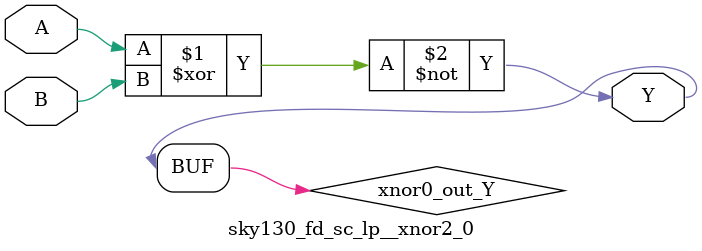
<source format=v>
/*
 * Copyright 2020 The SkyWater PDK Authors
 *
 * Licensed under the Apache License, Version 2.0 (the "License");
 * you may not use this file except in compliance with the License.
 * You may obtain a copy of the License at
 *
 *     https://www.apache.org/licenses/LICENSE-2.0
 *
 * Unless required by applicable law or agreed to in writing, software
 * distributed under the License is distributed on an "AS IS" BASIS,
 * WITHOUT WARRANTIES OR CONDITIONS OF ANY KIND, either express or implied.
 * See the License for the specific language governing permissions and
 * limitations under the License.
 *
 * SPDX-License-Identifier: Apache-2.0
*/


`ifndef SKY130_FD_SC_LP__XNOR2_0_FUNCTIONAL_V
`define SKY130_FD_SC_LP__XNOR2_0_FUNCTIONAL_V

/**
 * xnor2: 2-input exclusive NOR.
 *
 *        Y = !(A ^ B)
 *
 * Verilog simulation functional model.
 */

`timescale 1ns / 1ps
`default_nettype none

`celldefine
module sky130_fd_sc_lp__xnor2_0 (
    Y,
    A,
    B
);

    // Module ports
    output Y;
    input  A;
    input  B;

    // Local signals
    wire xnor0_out_Y;

    //   Name   Output       Other arguments
    xnor xnor0 (xnor0_out_Y, A, B           );
    buf  buf0  (Y          , xnor0_out_Y    );

endmodule
`endcelldefine

`default_nettype wire
`endif  // SKY130_FD_SC_LP__XNOR2_0_FUNCTIONAL_V

</source>
